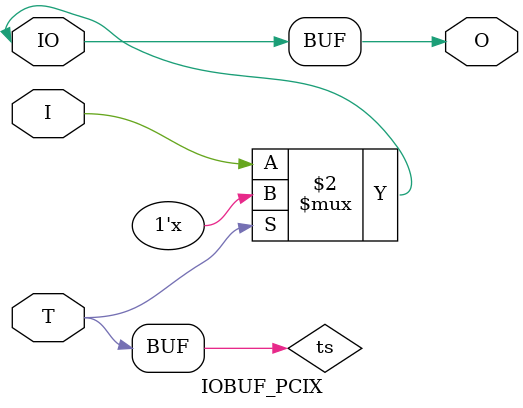
<source format=v>

/*

FUNCTION    : INPUT TRI-STATE OUTPUT BUFFER

*/

`celldefine
`timescale  100 ps / 10 ps

module IOBUF_PCIX (O, IO, I, T);

    output O;

    inout  IO;

    input  I, T;

    or O1 (ts, 1'b0, T);
    bufif0 T1 (IO, I, ts);

    buf B1 (O, IO);

endmodule

</source>
